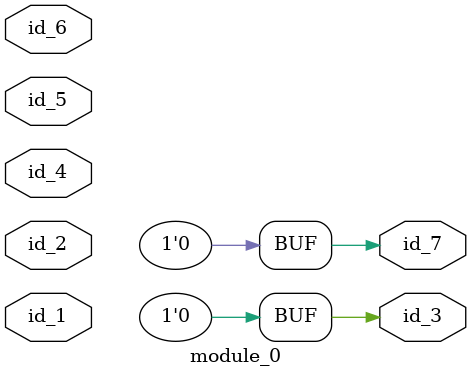
<source format=v>
module module_0 (
    id_1,
    id_2,
    id_3,
    id_4,
    id_5,
    id_6,
    id_7
);
  output id_7;
  inout id_6;
  input id_5;
  input id_4;
  output id_3;
  inout id_2;
  input id_1;
  assign id_3 = 1 - 1;
  assign id_7 = 1'b0;
  always @(1)
    if (id_6);
    else id_3 <= 1'd0;
endmodule

</source>
